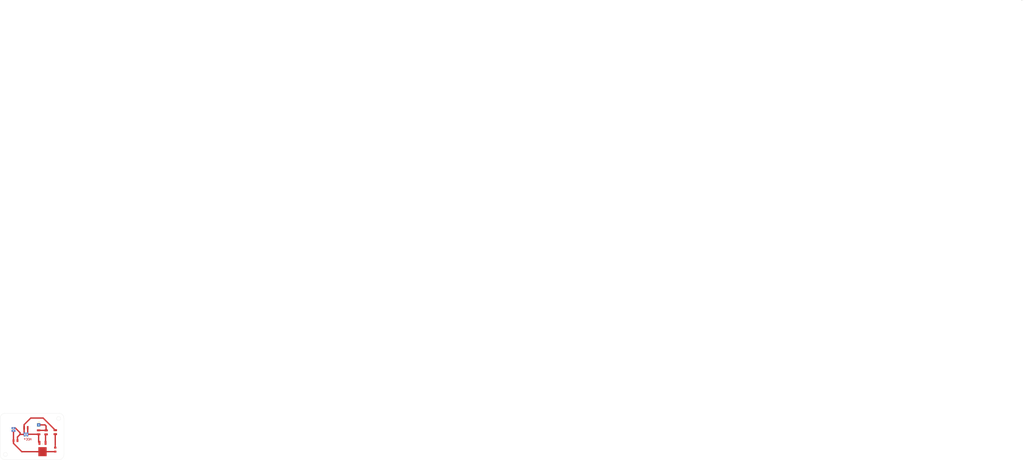
<source format=kicad_pcb>
(kicad_pcb (version 20171130) (host pcbnew "(5.1.5-0-10_14)")

  (general
    (thickness 1.6002)
    (drawings 14)
    (tracks 36)
    (zones 0)
    (modules 10)
    (nets 7)
  )

  (page A3)
  (title_block
    (rev 1)
  )

  (layers
    (0 Front signal)
    (31 Back signal)
    (34 B.Paste user)
    (35 F.Paste user)
    (36 B.SilkS user)
    (37 F.SilkS user)
    (38 B.Mask user)
    (39 F.Mask user)
    (44 Edge.Cuts user)
    (45 Margin user)
    (46 B.CrtYd user hide)
    (47 F.CrtYd user hide)
    (49 F.Fab user hide)
  )

  (setup
    (last_trace_width 1)
    (user_trace_width 0.1)
    (user_trace_width 0.2)
    (user_trace_width 0.5)
    (user_trace_width 1)
    (user_trace_width 1.5)
    (trace_clearance 0.25)
    (zone_clearance 0.508)
    (zone_45_only no)
    (trace_min 0.1)
    (via_size 0.8)
    (via_drill 0.4)
    (via_min_size 0.45)
    (via_min_drill 0.2)
    (user_via 0.45 0.2)
    (user_via 0.8 0.4)
    (uvia_size 0.8)
    (uvia_drill 0.4)
    (uvias_allowed no)
    (uvia_min_size 0)
    (uvia_min_drill 0)
    (edge_width 0.1)
    (segment_width 0.1)
    (pcb_text_width 0.3)
    (pcb_text_size 1.5 1.5)
    (mod_edge_width 0.1)
    (mod_text_size 0.8 0.8)
    (mod_text_width 0.1)
    (pad_size 1.4 3)
    (pad_drill 0.8)
    (pad_to_mask_clearance 0)
    (solder_mask_min_width 0.1)
    (aux_axis_origin 83 203)
    (grid_origin 83 203)
    (visible_elements FFFFFF7F)
    (pcbplotparams
      (layerselection 0x010fc_ffffffff)
      (usegerberextensions false)
      (usegerberattributes false)
      (usegerberadvancedattributes false)
      (creategerberjobfile false)
      (excludeedgelayer true)
      (linewidth 0.152400)
      (plotframeref false)
      (viasonmask false)
      (mode 1)
      (useauxorigin false)
      (hpglpennumber 1)
      (hpglpenspeed 20)
      (hpglpendiameter 15.000000)
      (psnegative false)
      (psa4output false)
      (plotreference true)
      (plotvalue false)
      (plotinvisibletext false)
      (padsonsilk false)
      (subtractmaskfromsilk true)
      (outputformat 1)
      (mirror false)
      (drillshape 0)
      (scaleselection 1)
      (outputdirectory "./"))
  )

  (net 0 "")
  (net 1 +5V)
  (net 2 "Net-(D16-Pad2)")
  (net 3 GND)
  (net 4 "Net-(Q1-Pad1)")
  (net 5 "Net-(D1-Pad2)")
  (net 6 "Net-(J3-Pad1)")

  (net_class Default "This is the default net class."
    (clearance 0.25)
    (trace_width 0.25)
    (via_dia 0.8)
    (via_drill 0.4)
    (uvia_dia 0.8)
    (uvia_drill 0.4)
    (diff_pair_width 0.25)
    (diff_pair_gap 0.25)
    (add_net +5V)
    (add_net GND)
    (add_net "Net-(D1-Pad2)")
    (add_net "Net-(D16-Pad2)")
    (add_net "Net-(J3-Pad1)")
    (add_net "Net-(Q1-Pad1)")
  )

  (net_class Min ""
    (clearance 0.1)
    (trace_width 0.1)
    (via_dia 0.45)
    (via_drill 0.2)
    (uvia_dia 0.45)
    (uvia_drill 0.2)
    (diff_pair_width 0.12)
    (diff_pair_gap 0.12)
  )

  (module troglodisme_footprints:CAPC3225X270N (layer Front) (tedit 5EBEE7D1) (tstamp 5EC77098)
    (at 102.4 179)
    (descr EMK325ABJ107MM-T-1)
    (tags "Capacitor 1206")
    (path /5F056CD5)
    (attr smd)
    (fp_text reference C1 (at 0.02 0.02 90) (layer F.SilkS)
      (effects (font (size 0.5 0.5) (thickness 0.1)))
    )
    (fp_text value EMK325ABJ107MM-T (at 0.09 3.22) (layer F.SilkS) hide
      (effects (font (size 1.27 1.27) (thickness 0.254)))
    )
    (fp_line (start 0 -1.15) (end 0 1.15) (layer F.Fab) (width 0.2))
    (fp_line (start -1.6 1.25) (end -1.6 -1.25) (layer F.Fab) (width 0.1))
    (fp_line (start 1.6 1.25) (end -1.6 1.25) (layer F.Fab) (width 0.1))
    (fp_line (start 1.6 -1.25) (end 1.6 1.25) (layer F.Fab) (width 0.1))
    (fp_line (start -1.6 -1.25) (end 1.6 -1.25) (layer F.Fab) (width 0.1))
    (fp_line (start -2.11 1.51) (end -2.11 -1.51) (layer F.CrtYd) (width 0.05))
    (fp_line (start 2.11 1.51) (end -2.11 1.51) (layer F.CrtYd) (width 0.05))
    (fp_line (start 2.11 -1.51) (end 2.11 1.51) (layer F.CrtYd) (width 0.05))
    (fp_line (start -2.11 -1.51) (end 2.11 -1.51) (layer F.CrtYd) (width 0.05))
    (fp_text user %R (at 0 0) (layer F.Fab)
      (effects (font (size 1.27 1.27) (thickness 0.254)))
    )
    (pad 2 smd rect (at 1.35 0) (size 1.22 2.72) (layers Front F.Paste F.Mask)
      (net 3 GND))
    (pad 1 smd rect (at -1.35 0) (size 1.22 2.72) (layers Front F.Paste F.Mask)
      (net 1 +5V))
    (model EMK325ABJ107MM-T.stp
      (at (xyz 0 0 0))
      (scale (xyz 1 1 1))
      (rotate (xyz 0 0 0))
    )
    (model /Users/giulio/Downloads/LIB_EMK325ABJ107MM-T/EMK325ABJ107MM-T/3D/EMK325ABJ107MM-T.stp
      (at (xyz 0 0 0))
      (scale (xyz 1 1 1))
      (rotate (xyz 0 0 0))
    )
  )

  (module troglodisme_footprints:SD1206S040S2R0 (layer Front) (tedit 5EBEEF1E) (tstamp 5EC75646)
    (at 94.58 188.65 180)
    (descr SD1206S040S2R0)
    (tags "Schottky Diode 1206")
    (path /5EC08242)
    (attr smd)
    (fp_text reference D1 (at 0 0 90) (layer F.SilkS)
      (effects (font (size 0.5 0.5) (thickness 0.1)))
    )
    (fp_text value SD1206S040S2R0 (at 0.08 5.18) (layer F.Fab) hide
      (effects (font (size 1.27 1.27) (thickness 0.254)))
    )
    (fp_line (start -2.525 1.4) (end 1.5 1.4) (layer F.Fab) (width 0.2))
    (fp_line (start -2.525 -1.4) (end -2.525 1.4) (layer F.Fab) (width 0.2))
    (fp_line (start 1.5 -1.4) (end -2.525 -1.4) (layer F.Fab) (width 0.2))
    (fp_line (start -1.7 -0.275) (end -1.025 -0.95) (layer F.Fab) (width 0.1))
    (fp_line (start -1.7 0.95) (end -1.7 -0.95) (layer F.Fab) (width 0.1))
    (fp_line (start 1.7 0.95) (end -1.7 0.95) (layer F.Fab) (width 0.1))
    (fp_line (start 1.7 -0.95) (end 1.7 0.95) (layer F.Fab) (width 0.1))
    (fp_line (start -1.7 -0.95) (end 1.7 -0.95) (layer F.Fab) (width 0.1))
    (fp_line (start -2.625 1.5) (end -2.625 -1.5) (layer F.CrtYd) (width 0.05))
    (fp_line (start 2.625 1.5) (end -2.625 1.5) (layer F.CrtYd) (width 0.05))
    (fp_line (start 2.625 -1.5) (end 2.625 1.5) (layer F.CrtYd) (width 0.05))
    (fp_line (start -2.625 -1.5) (end 2.625 -1.5) (layer F.CrtYd) (width 0.05))
    (fp_text user %R (at 0 0) (layer F.Fab)
      (effects (font (size 1.27 1.27) (thickness 0.254)))
    )
    (fp_text user + (at -1.58 1.85) (layer F.SilkS)
      (effects (font (size 0.5 0.5) (thickness 0.1)))
    )
    (pad 2 smd rect (at 1.5 0 180) (size 1.35 2.1) (layers Front F.Paste F.Mask)
      (net 5 "Net-(D1-Pad2)"))
    (pad 1 smd rect (at -1.5 0 180) (size 1.35 2.1) (layers Front F.Paste F.Mask)
      (net 1 +5V))
    (model SD1206S040S2R0.stp
      (at (xyz 0 0 0))
      (scale (xyz 1 1 1))
      (rotate (xyz 0 0 0))
    )
  )

  (module troglodisme_footprints:IN-S126AT5UW (layer Front) (tedit 5EBEEBB9) (tstamp 5EC8F0F0)
    (at 124.43 195.41 90)
    (descr "LED WHITE CLEAR 1206 SMD	\r\r")
    (tags "LED handsolder 1206 WHITE")
    (path /5F04261E)
    (attr smd)
    (fp_text reference D16 (at 0 0) (layer F.SilkS)
      (effects (font (size 0.5 0.5) (thickness 0.1)))
    )
    (fp_text value IN-S126AT5UW (at 0 1.82 90) (layer F.Fab)
      (effects (font (size 1 1) (thickness 0.15)))
    )
    (fp_line (start 1.6 -0.8) (end -1.2 -0.8) (layer F.Fab) (width 0.1))
    (fp_line (start -1.2 -0.8) (end -1.6 -0.4) (layer F.Fab) (width 0.1))
    (fp_line (start -1.6 -0.4) (end -1.6 0.8) (layer F.Fab) (width 0.1))
    (fp_line (start -1.6 0.8) (end 1.6 0.8) (layer F.Fab) (width 0.1))
    (fp_line (start 1.6 0.8) (end 1.6 -0.8) (layer F.Fab) (width 0.1))
    (fp_line (start 1.6 -1.135) (end -2.46 -1.135) (layer F.Fab) (width 0.12))
    (fp_line (start -2.46 -1.135) (end -2.46 1.135) (layer F.Fab) (width 0.12))
    (fp_line (start -2.46 1.135) (end 1.6 1.135) (layer F.Fab) (width 0.12))
    (fp_line (start -2.45 1.12) (end -2.45 -1.12) (layer F.CrtYd) (width 0.05))
    (fp_line (start -2.45 -1.12) (end 2.45 -1.12) (layer F.CrtYd) (width 0.05))
    (fp_line (start 2.45 -1.12) (end 2.45 1.12) (layer F.CrtYd) (width 0.05))
    (fp_line (start 2.45 1.12) (end -2.45 1.12) (layer F.CrtYd) (width 0.05))
    (fp_text user %R (at 0 0 90) (layer F.Fab)
      (effects (font (size 0.8 0.8) (thickness 0.12)))
    )
    (fp_text user + (at 2.9 -0.01 90) (layer F.SilkS)
      (effects (font (size 0.5 0.5) (thickness 0.1)))
    )
    (pad 1 smd roundrect (at -1.4875 0 90) (size 1.425 1.75) (layers Front F.Paste F.Mask) (roundrect_rratio 0.175439)
      (net 5 "Net-(D1-Pad2)"))
    (pad 2 smd roundrect (at 1.4875 0 90) (size 1.425 1.75) (layers Front F.Paste F.Mask) (roundrect_rratio 0.175439)
      (net 2 "Net-(D16-Pad2)"))
    (model ${KISYS3DMOD}/LED_SMD.3dshapes/LED_1206_3216Metric.wrl
      (at (xyz 0 0 0))
      (scale (xyz 1 1 1))
      (rotate (xyz 0 0 0))
    )
  )

  (module troglodisme_footprints:JST_PH_S2B-PH-K_1x02_P2.00mm_Horizontal_noSilkScreen (layer Front) (tedit 5EC6E4DE) (tstamp 5EC763E8)
    (at 93.08 179.26 270)
    (descr "JST PH series connector, S2B-PH-K (http://www.jst-mfg.com/product/pdf/eng/ePH.pdf), generated with kicad-footprint-generator")
    (tags "connector JST PH top entry 2")
    (path /5ED49CC7)
    (fp_text reference J1 (at 0.96 2.24 90) (layer F.SilkS)
      (effects (font (size 0.5 0.5) (thickness 0.1)))
    )
    (fp_text value Conn_01x02 (at 1 7.45 90) (layer F.Fab)
      (effects (font (size 1 1) (thickness 0.15)))
    )
    (fp_line (start 0.5 1.375) (end 0 0.875) (layer F.Fab) (width 0.1))
    (fp_line (start -0.5 1.375) (end 0.5 1.375) (layer F.Fab) (width 0.1))
    (fp_line (start 0 0.875) (end -0.5 1.375) (layer F.Fab) (width 0.1))
    (fp_line (start 3.25 0.25) (end -1.25 0.25) (layer F.Fab) (width 0.1))
    (fp_line (start 3.25 -1.35) (end 3.25 0.25) (layer F.Fab) (width 0.1))
    (fp_line (start 3.95 -1.35) (end 3.25 -1.35) (layer F.Fab) (width 0.1))
    (fp_line (start 3.95 6.25) (end 3.95 -1.35) (layer F.Fab) (width 0.1))
    (fp_line (start -1.95 6.25) (end 3.95 6.25) (layer F.Fab) (width 0.1))
    (fp_line (start -1.95 -1.35) (end -1.95 6.25) (layer F.Fab) (width 0.1))
    (fp_line (start -1.25 -1.35) (end -1.95 -1.35) (layer F.Fab) (width 0.1))
    (fp_line (start -1.25 0.25) (end -1.25 -1.35) (layer F.Fab) (width 0.1))
    (fp_line (start 4.45 -1.85) (end -2.45 -1.85) (layer F.CrtYd) (width 0.05))
    (fp_line (start 4.45 6.75) (end 4.45 -1.85) (layer F.CrtYd) (width 0.05))
    (fp_line (start -2.45 6.75) (end 4.45 6.75) (layer F.CrtYd) (width 0.05))
    (fp_line (start -2.45 -1.85) (end -2.45 6.75) (layer F.CrtYd) (width 0.05))
    (fp_text user %R (at 0.96 5.58 90) (layer F.Fab)
      (effects (font (size 1 1) (thickness 0.15)))
    )
    (pad 2 thru_hole roundrect (at 2 0 270) (size 1.4 3) (drill 0.8) (layers *.Cu *.Mask) (roundrect_rratio 0.208)
      (net 5 "Net-(D1-Pad2)"))
    (pad 1 thru_hole roundrect (at 0 0 270) (size 1.4 3) (drill 0.8) (layers *.Cu *.Mask) (roundrect_rratio 0.208)
      (net 1 +5V))
    (model ${KISYS3DMOD}/Connector_JST.3dshapes/JST_PH_S2B-PH-K_1x02_P2.00mm_Horizontal.wrl
      (at (xyz 0 0 0))
      (scale (xyz 1 1 1))
      (rotate (xyz 0 0 0))
    )
  )

  (module Connector_PinHeader_2.54mm:PinHeader_1x01_P2.54mm_Vertical (layer Front) (tedit 5EC6E321) (tstamp 5EC75758)
    (at 111.97 176.81)
    (descr "Through hole straight pin header, 1x01, 2.54mm pitch, single row")
    (tags "Through hole pin header THT 1x01 2.54mm single row")
    (path /5ECE9CA3)
    (fp_text reference J3 (at 0 -2.33) (layer F.SilkS)
      (effects (font (size 1 1) (thickness 0.15)))
    )
    (fp_text value Conn_01x01 (at 0 2.33) (layer F.Fab)
      (effects (font (size 1 1) (thickness 0.15)))
    )
    (fp_line (start -0.635 -1.27) (end 1.27 -1.27) (layer F.Fab) (width 0.1))
    (fp_line (start 1.27 -1.27) (end 1.27 1.27) (layer F.Fab) (width 0.1))
    (fp_line (start 1.27 1.27) (end -1.27 1.27) (layer F.Fab) (width 0.1))
    (fp_line (start -1.27 1.27) (end -1.27 -0.635) (layer F.Fab) (width 0.1))
    (fp_line (start -1.27 -0.635) (end -0.635 -1.27) (layer F.Fab) (width 0.1))
    (fp_line (start -1.33 1.33) (end 1.33 1.33) (layer F.SilkS) (width 0.12))
    (fp_line (start -1.33 1.27) (end -1.33 1.33) (layer F.SilkS) (width 0.12))
    (fp_line (start 1.33 1.27) (end 1.33 1.33) (layer F.SilkS) (width 0.12))
    (fp_line (start -1.33 1.27) (end 1.33 1.27) (layer F.SilkS) (width 0.12))
    (fp_line (start -1.33 0) (end -1.33 -1.33) (layer F.SilkS) (width 0.12))
    (fp_line (start -1.33 -1.33) (end 0 -1.33) (layer F.SilkS) (width 0.12))
    (fp_line (start -1.8 -1.8) (end -1.8 1.8) (layer F.CrtYd) (width 0.05))
    (fp_line (start -1.8 1.8) (end 1.8 1.8) (layer F.CrtYd) (width 0.05))
    (fp_line (start 1.8 1.8) (end 1.8 -1.8) (layer F.CrtYd) (width 0.05))
    (fp_line (start 1.8 -1.8) (end -1.8 -1.8) (layer F.CrtYd) (width 0.05))
    (fp_text user %R (at 0 0 90) (layer F.Fab)
      (effects (font (size 1 1) (thickness 0.15)))
    )
    (pad 1 thru_hole rect (at 0 0) (size 2.5 2.5) (drill 0.8) (layers *.Cu *.Mask)
      (net 6 "Net-(J3-Pad1)"))
    (model ${KISYS3DMOD}/Connector_PinHeader_2.54mm.3dshapes/PinHeader_1x01_P2.54mm_Vertical.wrl
      (at (xyz 0 0 0))
      (scale (xyz 1 1 1))
      (rotate (xyz 0 0 0))
    )
  )

  (module troglodisme_footprints:JST_PH_S2B-PH-K_1x02_P2.00mm_Horizontal_noSilkScreen (layer Front) (tedit 5EC6E4E6) (tstamp 5EC74C59)
    (at 101.46 183.96)
    (descr "JST PH series connector, S2B-PH-K (http://www.jst-mfg.com/product/pdf/eng/ePH.pdf), generated with kicad-footprint-generator")
    (tags "connector JST PH top entry 2")
    (path /5EAF450E)
    (fp_text reference J16 (at 0.96 1.572) (layer F.SilkS)
      (effects (font (size 0.5 0.5) (thickness 0.1)))
    )
    (fp_text value "Power Daisy Chain_input" (at 1 7.45) (layer F.Fab)
      (effects (font (size 1 1) (thickness 0.15)))
    )
    (fp_line (start 0.5 1.375) (end 0 0.875) (layer F.Fab) (width 0.1))
    (fp_line (start -0.5 1.375) (end 0.5 1.375) (layer F.Fab) (width 0.1))
    (fp_line (start 0 0.875) (end -0.5 1.375) (layer F.Fab) (width 0.1))
    (fp_line (start 3.25 0.25) (end -1.25 0.25) (layer F.Fab) (width 0.1))
    (fp_line (start 3.25 -1.35) (end 3.25 0.25) (layer F.Fab) (width 0.1))
    (fp_line (start 3.95 -1.35) (end 3.25 -1.35) (layer F.Fab) (width 0.1))
    (fp_line (start 3.95 6.25) (end 3.95 -1.35) (layer F.Fab) (width 0.1))
    (fp_line (start -1.95 6.25) (end 3.95 6.25) (layer F.Fab) (width 0.1))
    (fp_line (start -1.95 -1.35) (end -1.95 6.25) (layer F.Fab) (width 0.1))
    (fp_line (start -1.25 -1.35) (end -1.95 -1.35) (layer F.Fab) (width 0.1))
    (fp_line (start -1.25 0.25) (end -1.25 -1.35) (layer F.Fab) (width 0.1))
    (fp_line (start 4.45 -1.85) (end -2.45 -1.85) (layer F.CrtYd) (width 0.05))
    (fp_line (start 4.45 6.75) (end 4.45 -1.85) (layer F.CrtYd) (width 0.05))
    (fp_line (start -2.45 6.75) (end 4.45 6.75) (layer F.CrtYd) (width 0.05))
    (fp_line (start -2.45 -1.85) (end -2.45 6.75) (layer F.CrtYd) (width 0.05))
    (fp_text user %R (at 0.96 5.58) (layer F.Fab)
      (effects (font (size 1 1) (thickness 0.15)))
    )
    (pad 2 thru_hole roundrect (at 2 0) (size 1.4 3) (drill 0.8) (layers *.Cu *.Mask) (roundrect_rratio 0.208)
      (net 3 GND))
    (pad 1 thru_hole roundrect (at 0 0) (size 1.4 3) (drill 0.8) (layers *.Cu *.Mask) (roundrect_rratio 0.208)
      (net 1 +5V))
    (model ${KISYS3DMOD}/Connector_JST.3dshapes/JST_PH_S2B-PH-K_1x02_P2.00mm_Horizontal.wrl
      (at (xyz 0 0 0))
      (scale (xyz 1 1 1))
      (rotate (xyz 0 0 0))
    )
  )

  (module troglodisme_footprints:AOD508 (layer Front) (tedit 5EBEE56F) (tstamp 5EC76914)
    (at 114.86 198.42 180)
    (descr AOD508-1)
    (tags "MOSFET (N-Channel)")
    (path /6000FEFF)
    (attr smd)
    (fp_text reference Q1 (at -0.01 7.19) (layer F.SilkS)
      (effects (font (size 0.5 0.5) (thickness 0.1)))
    )
    (fp_text value AOD508 (at -0.01 12.14) (layer F.SilkS) hide
      (effects (font (size 1.27 1.27) (thickness 0.254)))
    )
    (fp_line (start 3.302 6) (end 3.302 5.5) (layer F.Fab) (width 0.1))
    (fp_line (start -3.302 6) (end 3.302 6) (layer F.Fab) (width 0.1))
    (fp_line (start -3.302 5.5) (end -3.302 6) (layer F.Fab) (width 0.1))
    (fp_line (start -4.302 10.95) (end -4.302 -2.9) (layer F.CrtYd) (width 0.1))
    (fp_line (start 4.302 10.95) (end -4.302 10.95) (layer F.CrtYd) (width 0.1))
    (fp_line (start 4.302 -2.9) (end 4.302 10.95) (layer F.CrtYd) (width 0.1))
    (fp_line (start -4.302 -2.9) (end 4.302 -2.9) (layer F.CrtYd) (width 0.1))
    (fp_line (start -3.302 6) (end -3.302 0) (layer F.Fab) (width 0.2))
    (fp_line (start 3.302 6) (end -3.302 6) (layer F.Fab) (width 0.2))
    (fp_line (start 3.302 0) (end 3.302 6) (layer F.Fab) (width 0.2))
    (fp_line (start -3.302 0) (end 3.302 0) (layer F.Fab) (width 0.2))
    (fp_text user %R (at 0 4.025) (layer F.Fab)
      (effects (font (size 1.27 1.27) (thickness 0.254)))
    )
    (pad 3 smd rect (at 2.286 8.1 180) (size 1.5 3) (layers Front F.Paste F.Mask)
      (net 3 GND))
    (pad 2 smd rect (at 0 1.5 180) (size 6.25 6.8) (layers Front F.Paste F.Mask)
      (net 5 "Net-(D1-Pad2)"))
    (pad 1 smd rect (at -2.286 8.1 180) (size 1.5 3) (layers Front F.Paste F.Mask)
      (net 4 "Net-(Q1-Pad1)"))
  )

  (module Resistor_SMD:R_1210_3225Metric_Pad1.42x2.65mm_HandSolder (layer Front) (tedit 5EBEE372) (tstamp 5EC765A9)
    (at 117.54 182.41 270)
    (descr "Resistor SMD 1210 (3225 Metric), square (rectangular) end terminal, IPC_7351 nominal with elongated pad for handsoldering. (Body size source: http://www.tortai-tech.com/upload/download/2011102023233369053.pdf), generated with kicad-footprint-generator")
    (tags "resistor handsolder")
    (path /5E91E4F9)
    (attr smd)
    (fp_text reference R1 (at 0 0) (layer F.SilkS)
      (effects (font (size 0.5 0.5) (thickness 0.1)))
    )
    (fp_text value 150R (at 0 2.28 90) (layer F.Fab)
      (effects (font (size 1 1) (thickness 0.15)))
    )
    (fp_line (start -1.6 1.25) (end -1.6 -1.25) (layer F.Fab) (width 0.1))
    (fp_line (start -1.6 -1.25) (end 1.6 -1.25) (layer F.Fab) (width 0.1))
    (fp_line (start 1.6 -1.25) (end 1.6 1.25) (layer F.Fab) (width 0.1))
    (fp_line (start 1.6 1.25) (end -1.6 1.25) (layer F.Fab) (width 0.1))
    (fp_line (start -0.602064 -1.36) (end 0.602064 -1.36) (layer F.Fab) (width 0.12))
    (fp_line (start -0.602064 1.36) (end 0.602064 1.36) (layer F.Fab) (width 0.12))
    (fp_line (start -2.45 1.58) (end -2.45 -1.58) (layer F.CrtYd) (width 0.05))
    (fp_line (start -2.45 -1.58) (end 2.45 -1.58) (layer F.CrtYd) (width 0.05))
    (fp_line (start 2.45 -1.58) (end 2.45 1.58) (layer F.CrtYd) (width 0.05))
    (fp_line (start 2.45 1.58) (end -2.45 1.58) (layer F.CrtYd) (width 0.05))
    (fp_text user %R (at 0 0 90) (layer F.Fab)
      (effects (font (size 0.8 0.8) (thickness 0.12)))
    )
    (pad 1 smd roundrect (at -1.4875 0 270) (size 1.425 2.65) (layers Front F.Paste F.Mask) (roundrect_rratio 0.175439)
      (net 6 "Net-(J3-Pad1)"))
    (pad 2 smd roundrect (at 1.4875 0 270) (size 1.425 2.65) (layers Front F.Paste F.Mask) (roundrect_rratio 0.175439)
      (net 4 "Net-(Q1-Pad1)"))
    (model ${KISYS3DMOD}/Resistor_SMD.3dshapes/R_1210_3225Metric.wrl
      (at (xyz 0 0 0))
      (scale (xyz 1 1 1))
      (rotate (xyz 0 0 0))
    )
  )

  (module Resistor_SMD:R_1210_3225Metric_Pad1.42x2.65mm_HandSolder (layer Front) (tedit 5EBEE372) (tstamp 5EC76697)
    (at 111.95 182.36 270)
    (descr "Resistor SMD 1210 (3225 Metric), square (rectangular) end terminal, IPC_7351 nominal with elongated pad for handsoldering. (Body size source: http://www.tortai-tech.com/upload/download/2011102023233369053.pdf), generated with kicad-footprint-generator")
    (tags "resistor handsolder")
    (path /5F2B3D83)
    (attr smd)
    (fp_text reference R17 (at 0 0) (layer F.SilkS)
      (effects (font (size 0.5 0.5) (thickness 0.1)))
    )
    (fp_text value 100K (at 0 2.28 90) (layer F.Fab)
      (effects (font (size 1 1) (thickness 0.15)))
    )
    (fp_line (start 2.45 1.58) (end -2.45 1.58) (layer F.CrtYd) (width 0.05))
    (fp_line (start 2.45 -1.58) (end 2.45 1.58) (layer F.CrtYd) (width 0.05))
    (fp_line (start -2.45 -1.58) (end 2.45 -1.58) (layer F.CrtYd) (width 0.05))
    (fp_line (start -2.45 1.58) (end -2.45 -1.58) (layer F.CrtYd) (width 0.05))
    (fp_line (start -0.602064 1.36) (end 0.602064 1.36) (layer F.Fab) (width 0.12))
    (fp_line (start -0.602064 -1.36) (end 0.602064 -1.36) (layer F.Fab) (width 0.12))
    (fp_line (start 1.6 1.25) (end -1.6 1.25) (layer F.Fab) (width 0.1))
    (fp_line (start 1.6 -1.25) (end 1.6 1.25) (layer F.Fab) (width 0.1))
    (fp_line (start -1.6 -1.25) (end 1.6 -1.25) (layer F.Fab) (width 0.1))
    (fp_line (start -1.6 1.25) (end -1.6 -1.25) (layer F.Fab) (width 0.1))
    (fp_text user %R (at 0 0 90) (layer F.Fab)
      (effects (font (size 0.8 0.8) (thickness 0.12)))
    )
    (pad 2 smd roundrect (at 1.4875 0 270) (size 1.425 2.65) (layers Front F.Paste F.Mask) (roundrect_rratio 0.175439)
      (net 3 GND))
    (pad 1 smd roundrect (at -1.4875 0 270) (size 1.425 2.65) (layers Front F.Paste F.Mask) (roundrect_rratio 0.175439)
      (net 6 "Net-(J3-Pad1)"))
    (model ${KISYS3DMOD}/Resistor_SMD.3dshapes/R_1210_3225Metric.wrl
      (at (xyz 0 0 0))
      (scale (xyz 1 1 1))
      (rotate (xyz 0 0 0))
    )
  )

  (module Resistor_SMD:R_1210_3225Metric_Pad1.42x2.65mm_HandSolder (layer Front) (tedit 5EBEE372) (tstamp 5EC75790)
    (at 124.46 182.27 90)
    (descr "Resistor SMD 1210 (3225 Metric), square (rectangular) end terminal, IPC_7351 nominal with elongated pad for handsoldering. (Body size source: http://www.tortai-tech.com/upload/download/2011102023233369053.pdf), generated with kicad-footprint-generator")
    (tags "resistor handsolder")
    (path /5EB92A81)
    (attr smd)
    (fp_text reference R32 (at 0 0) (layer F.SilkS)
      (effects (font (size 0.5 0.5) (thickness 0.1)))
    )
    (fp_text value 470R (at 0 2.28 90) (layer F.Fab)
      (effects (font (size 1 1) (thickness 0.15)))
    )
    (fp_line (start -1.6 1.25) (end -1.6 -1.25) (layer F.Fab) (width 0.1))
    (fp_line (start -1.6 -1.25) (end 1.6 -1.25) (layer F.Fab) (width 0.1))
    (fp_line (start 1.6 -1.25) (end 1.6 1.25) (layer F.Fab) (width 0.1))
    (fp_line (start 1.6 1.25) (end -1.6 1.25) (layer F.Fab) (width 0.1))
    (fp_line (start -0.602064 -1.36) (end 0.602064 -1.36) (layer F.Fab) (width 0.12))
    (fp_line (start -0.602064 1.36) (end 0.602064 1.36) (layer F.Fab) (width 0.12))
    (fp_line (start -2.45 1.58) (end -2.45 -1.58) (layer F.CrtYd) (width 0.05))
    (fp_line (start -2.45 -1.58) (end 2.45 -1.58) (layer F.CrtYd) (width 0.05))
    (fp_line (start 2.45 -1.58) (end 2.45 1.58) (layer F.CrtYd) (width 0.05))
    (fp_line (start 2.45 1.58) (end -2.45 1.58) (layer F.CrtYd) (width 0.05))
    (fp_text user %R (at 0 0 90) (layer F.Fab)
      (effects (font (size 0.8 0.8) (thickness 0.12)))
    )
    (pad 1 smd roundrect (at -1.4875 0 90) (size 1.425 2.65) (layers Front F.Paste F.Mask) (roundrect_rratio 0.175439)
      (net 2 "Net-(D16-Pad2)"))
    (pad 2 smd roundrect (at 1.4875 0 90) (size 1.425 2.65) (layers Front F.Paste F.Mask) (roundrect_rratio 0.175439)
      (net 1 +5V))
    (model ${KISYS3DMOD}/Resistor_SMD.3dshapes/R_1210_3225Metric.wrl
      (at (xyz 0 0 0))
      (scale (xyz 1 1 1))
      (rotate (xyz 0 0 0))
    )
  )

  (gr_line (start 83 199) (end 83 172) (layer Edge.Cuts) (width 0.1) (tstamp 5EC77164))
  (gr_line (start 127 203) (end 87 203) (layer Edge.Cuts) (width 0.1) (tstamp 5EC77163))
  (gr_line (start 131 172) (end 131 199) (layer Edge.Cuts) (width 0.1) (tstamp 5EC77162))
  (gr_line (start 87 168) (end 127 168) (layer Edge.Cuts) (width 0.1) (tstamp 5EC77161))
  (gr_arc (start 87 199) (end 83 199) (angle -90) (layer Edge.Cuts) (width 0.1))
  (gr_arc (start 87 172) (end 87 168) (angle -90) (layer Edge.Cuts) (width 0.1))
  (gr_arc (start 127 172) (end 131 172) (angle -90) (layer Edge.Cuts) (width 0.1))
  (gr_arc (start 127 199) (end 127 203) (angle -90) (layer Edge.Cuts) (width 0.1))
  (gr_circle (center 127 172) (end 128.5 172) (layer Edge.Cuts) (width 0.1))
  (gr_circle (center 87 199) (end 88.5 199) (layer Edge.Cuts) (width 0.1))
  (gr_text "VCC+\n" (at 103.66 187.45 180) (layer Front)
    (effects (font (size 1.5 1.5) (thickness 0.3)))
  )
  (gr_curve (pts (xy 851.695064 -142.464645) (xy 851.695064 -142.464645) (xy 851.695064 -142.464645) (xy 851.695064 -142.464645)) (layer Edge.Cuts) (width 0.2))
  (gr_curve (pts (xy 850.695064 -142.464645) (xy 850.695064 -142.464645) (xy 849.695064 -142.464645) (xy 849.695064 -142.464645)) (layer Edge.Cuts) (width 0.2))
  (gr_curve (pts (xy 849.695064 -142.464645) (xy 849.695064 -142.464645) (xy 850.695064 -142.464645) (xy 850.695064 -142.464645)) (layer Edge.Cuts) (width 0.2))

  (segment (start 101.46 183.96) (end 98.02 183.96) (width 1) (layer Front) (net 1))
  (segment (start 96.08 185.9) (end 96.08 188.65) (width 1) (layer Front) (net 1))
  (segment (start 98.02 183.96) (end 96.08 185.9) (width 1) (layer Front) (net 1))
  (segment (start 101.05 183.55) (end 101.46 183.96) (width 1) (layer Front) (net 1))
  (segment (start 101.05 179) (end 101.05 183.55) (width 1) (layer Front) (net 1))
  (segment (start 124.46 180.7825) (end 115.3375 171.66) (width 1) (layer Front) (net 1))
  (segment (start 106.03 171.66) (end 101.05 176.64) (width 1) (layer Front) (net 1))
  (segment (start 101.05 176.64) (end 101.05 179) (width 1) (layer Front) (net 1))
  (segment (start 115.3375 171.66) (end 106.03 171.66) (width 1) (layer Front) (net 1))
  (segment (start 94.58 179.26) (end 93.08 179.26) (width 1) (layer Front) (net 1))
  (segment (start 98.02 182.7) (end 94.58 179.26) (width 1) (layer Front) (net 1))
  (segment (start 98.02 183.96) (end 98.02 182.7) (width 1) (layer Front) (net 1))
  (segment (start 124.43 183.7875) (end 124.46 183.7575) (width 1) (layer Front) (net 2))
  (segment (start 124.43 193.9225) (end 124.43 183.7875) (width 1) (layer Front) (net 2))
  (segment (start 103.5725 183.8475) (end 103.46 183.96) (width 1) (layer Front) (net 3))
  (segment (start 111.95 183.8475) (end 103.5725 183.8475) (width 1) (layer Front) (net 3))
  (segment (start 111.95 189.696) (end 112.574 190.32) (width 1) (layer Front) (net 3))
  (segment (start 111.95 183.8475) (end 111.95 189.696) (width 1) (layer Front) (net 3))
  (segment (start 103.75 183.67) (end 103.46 183.96) (width 1) (layer Front) (net 3))
  (segment (start 103.75 179) (end 103.75 183.67) (width 1) (layer Front) (net 3))
  (segment (start 117.146 184.2915) (end 117.54 183.8975) (width 1) (layer Front) (net 4))
  (segment (start 117.146 190.32) (end 117.146 184.2915) (width 1) (layer Front) (net 4))
  (segment (start 110.735 196.92) (end 114.86 196.92) (width 1) (layer Front) (net 5))
  (segment (start 99.3 196.92) (end 110.735 196.92) (width 1) (layer Front) (net 5))
  (segment (start 93.08 190.7) (end 99.3 196.92) (width 1) (layer Front) (net 5))
  (segment (start 93.08 188.65) (end 93.08 190.7) (width 1) (layer Front) (net 5))
  (segment (start 93.08 188.65) (end 93.08 181.26) (width 1) (layer Front) (net 5))
  (segment (start 114.8825 196.8975) (end 114.86 196.92) (width 1) (layer Front) (net 5))
  (segment (start 124.43 196.8975) (end 114.8825 196.8975) (width 1) (layer Front) (net 5))
  (segment (start 117.54 180.21) (end 117.53 180.2) (width 1) (layer Front) (net 6))
  (segment (start 117.54 180.9225) (end 117.54 180.21) (width 1) (layer Front) (net 6))
  (segment (start 117.53 180.2) (end 117.53 177.62) (width 1) (layer Front) (net 6))
  (segment (start 116.72 176.81) (end 111.97 176.81) (width 1) (layer Front) (net 6))
  (segment (start 117.53 177.62) (end 116.72 176.81) (width 1) (layer Front) (net 6))
  (segment (start 112 180.9225) (end 111.95 180.8725) (width 1) (layer Front) (net 6))
  (segment (start 117.54 180.9225) (end 112 180.9225) (width 1) (layer Front) (net 6))

)

</source>
